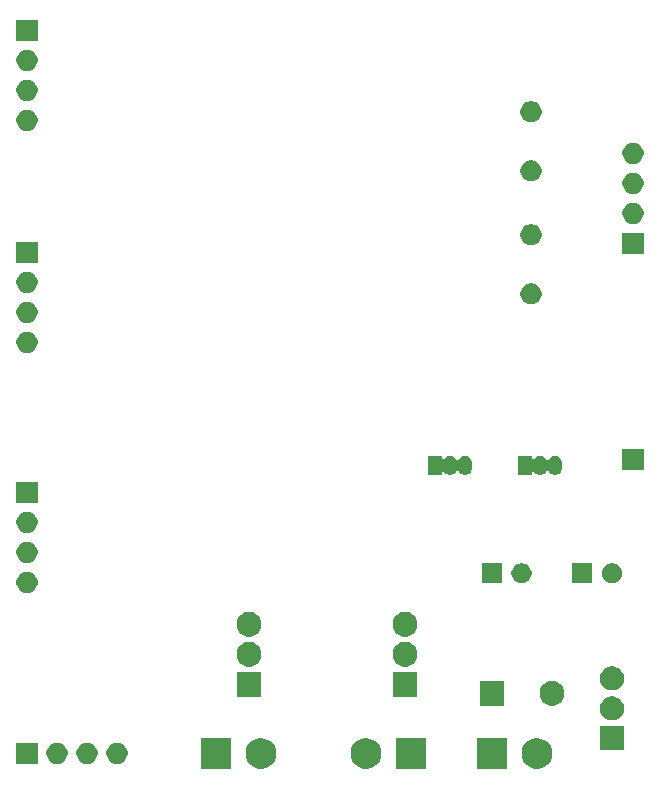
<source format=gbr>
G04 #@! TF.GenerationSoftware,KiCad,Pcbnew,(5.1.5)-3*
G04 #@! TF.CreationDate,2020-05-03T14:35:54+01:00*
G04 #@! TF.ProjectId,RocketTracker,526f636b-6574-4547-9261-636b65722e6b,rev?*
G04 #@! TF.SameCoordinates,Original*
G04 #@! TF.FileFunction,Soldermask,Bot*
G04 #@! TF.FilePolarity,Negative*
%FSLAX46Y46*%
G04 Gerber Fmt 4.6, Leading zero omitted, Abs format (unit mm)*
G04 Created by KiCad (PCBNEW (5.1.5)-3) date 2020-05-03 14:35:54*
%MOMM*%
%LPD*%
G04 APERTURE LIST*
%ADD10C,0.100000*%
G04 APERTURE END LIST*
D10*
G36*
X119251393Y-127273304D02*
G01*
X119488101Y-127371352D01*
X119488103Y-127371353D01*
X119701135Y-127513696D01*
X119882304Y-127694865D01*
X120024647Y-127907897D01*
X120024648Y-127907899D01*
X120122696Y-128144607D01*
X120172680Y-128395893D01*
X120172680Y-128652107D01*
X120122696Y-128903393D01*
X120041940Y-129098354D01*
X120024647Y-129140103D01*
X119882304Y-129353135D01*
X119701135Y-129534304D01*
X119488103Y-129676647D01*
X119488102Y-129676648D01*
X119488101Y-129676648D01*
X119251393Y-129774696D01*
X119000107Y-129824680D01*
X118743893Y-129824680D01*
X118492607Y-129774696D01*
X118255899Y-129676648D01*
X118255898Y-129676648D01*
X118255897Y-129676647D01*
X118042865Y-129534304D01*
X117861696Y-129353135D01*
X117719353Y-129140103D01*
X117702060Y-129098354D01*
X117621304Y-128903393D01*
X117571320Y-128652107D01*
X117571320Y-128395893D01*
X117621304Y-128144607D01*
X117719352Y-127907899D01*
X117719353Y-127907897D01*
X117861696Y-127694865D01*
X118042865Y-127513696D01*
X118255897Y-127371353D01*
X118255899Y-127371352D01*
X118492607Y-127273304D01*
X118743893Y-127223320D01*
X119000107Y-127223320D01*
X119251393Y-127273304D01*
G37*
G36*
X142619393Y-127273304D02*
G01*
X142856101Y-127371352D01*
X142856103Y-127371353D01*
X143069135Y-127513696D01*
X143250304Y-127694865D01*
X143392647Y-127907897D01*
X143392648Y-127907899D01*
X143490696Y-128144607D01*
X143540680Y-128395893D01*
X143540680Y-128652107D01*
X143490696Y-128903393D01*
X143409940Y-129098354D01*
X143392647Y-129140103D01*
X143250304Y-129353135D01*
X143069135Y-129534304D01*
X142856103Y-129676647D01*
X142856102Y-129676648D01*
X142856101Y-129676648D01*
X142619393Y-129774696D01*
X142368107Y-129824680D01*
X142111893Y-129824680D01*
X141860607Y-129774696D01*
X141623899Y-129676648D01*
X141623898Y-129676648D01*
X141623897Y-129676647D01*
X141410865Y-129534304D01*
X141229696Y-129353135D01*
X141087353Y-129140103D01*
X141070060Y-129098354D01*
X140989304Y-128903393D01*
X140939320Y-128652107D01*
X140939320Y-128395893D01*
X140989304Y-128144607D01*
X141087352Y-127907899D01*
X141087353Y-127907897D01*
X141229696Y-127694865D01*
X141410865Y-127513696D01*
X141623897Y-127371353D01*
X141623899Y-127371352D01*
X141860607Y-127273304D01*
X142111893Y-127223320D01*
X142368107Y-127223320D01*
X142619393Y-127273304D01*
G37*
G36*
X139730680Y-129824680D02*
G01*
X137129320Y-129824680D01*
X137129320Y-127223320D01*
X139730680Y-127223320D01*
X139730680Y-129824680D01*
G37*
G36*
X132872680Y-129824680D02*
G01*
X130271320Y-129824680D01*
X130271320Y-127223320D01*
X132872680Y-127223320D01*
X132872680Y-129824680D01*
G37*
G36*
X116362680Y-129824680D02*
G01*
X113761320Y-129824680D01*
X113761320Y-127223320D01*
X116362680Y-127223320D01*
X116362680Y-129824680D01*
G37*
G36*
X128141393Y-127273304D02*
G01*
X128378101Y-127371352D01*
X128378103Y-127371353D01*
X128591135Y-127513696D01*
X128772304Y-127694865D01*
X128914647Y-127907897D01*
X128914648Y-127907899D01*
X129012696Y-128144607D01*
X129062680Y-128395893D01*
X129062680Y-128652107D01*
X129012696Y-128903393D01*
X128931940Y-129098354D01*
X128914647Y-129140103D01*
X128772304Y-129353135D01*
X128591135Y-129534304D01*
X128378103Y-129676647D01*
X128378102Y-129676648D01*
X128378101Y-129676648D01*
X128141393Y-129774696D01*
X127890107Y-129824680D01*
X127633893Y-129824680D01*
X127382607Y-129774696D01*
X127145899Y-129676648D01*
X127145898Y-129676648D01*
X127145897Y-129676647D01*
X126932865Y-129534304D01*
X126751696Y-129353135D01*
X126609353Y-129140103D01*
X126592060Y-129098354D01*
X126511304Y-128903393D01*
X126461320Y-128652107D01*
X126461320Y-128395893D01*
X126511304Y-128144607D01*
X126609352Y-127907899D01*
X126609353Y-127907897D01*
X126751696Y-127694865D01*
X126932865Y-127513696D01*
X127145897Y-127371353D01*
X127145899Y-127371352D01*
X127382607Y-127273304D01*
X127633893Y-127223320D01*
X127890107Y-127223320D01*
X128141393Y-127273304D01*
G37*
G36*
X101713512Y-127627927D02*
G01*
X101862812Y-127657624D01*
X102026784Y-127725544D01*
X102174354Y-127824147D01*
X102299853Y-127949646D01*
X102398456Y-128097216D01*
X102466376Y-128261188D01*
X102501000Y-128435259D01*
X102501000Y-128612741D01*
X102466376Y-128786812D01*
X102398456Y-128950784D01*
X102299853Y-129098354D01*
X102174354Y-129223853D01*
X102026784Y-129322456D01*
X101862812Y-129390376D01*
X101713512Y-129420073D01*
X101688742Y-129425000D01*
X101511258Y-129425000D01*
X101486488Y-129420073D01*
X101337188Y-129390376D01*
X101173216Y-129322456D01*
X101025646Y-129223853D01*
X100900147Y-129098354D01*
X100801544Y-128950784D01*
X100733624Y-128786812D01*
X100699000Y-128612741D01*
X100699000Y-128435259D01*
X100733624Y-128261188D01*
X100801544Y-128097216D01*
X100900147Y-127949646D01*
X101025646Y-127824147D01*
X101173216Y-127725544D01*
X101337188Y-127657624D01*
X101486488Y-127627927D01*
X101511258Y-127623000D01*
X101688742Y-127623000D01*
X101713512Y-127627927D01*
G37*
G36*
X99961000Y-129425000D02*
G01*
X98159000Y-129425000D01*
X98159000Y-127623000D01*
X99961000Y-127623000D01*
X99961000Y-129425000D01*
G37*
G36*
X104253512Y-127627927D02*
G01*
X104402812Y-127657624D01*
X104566784Y-127725544D01*
X104714354Y-127824147D01*
X104839853Y-127949646D01*
X104938456Y-128097216D01*
X105006376Y-128261188D01*
X105041000Y-128435259D01*
X105041000Y-128612741D01*
X105006376Y-128786812D01*
X104938456Y-128950784D01*
X104839853Y-129098354D01*
X104714354Y-129223853D01*
X104566784Y-129322456D01*
X104402812Y-129390376D01*
X104253512Y-129420073D01*
X104228742Y-129425000D01*
X104051258Y-129425000D01*
X104026488Y-129420073D01*
X103877188Y-129390376D01*
X103713216Y-129322456D01*
X103565646Y-129223853D01*
X103440147Y-129098354D01*
X103341544Y-128950784D01*
X103273624Y-128786812D01*
X103239000Y-128612741D01*
X103239000Y-128435259D01*
X103273624Y-128261188D01*
X103341544Y-128097216D01*
X103440147Y-127949646D01*
X103565646Y-127824147D01*
X103713216Y-127725544D01*
X103877188Y-127657624D01*
X104026488Y-127627927D01*
X104051258Y-127623000D01*
X104228742Y-127623000D01*
X104253512Y-127627927D01*
G37*
G36*
X106793512Y-127627927D02*
G01*
X106942812Y-127657624D01*
X107106784Y-127725544D01*
X107254354Y-127824147D01*
X107379853Y-127949646D01*
X107478456Y-128097216D01*
X107546376Y-128261188D01*
X107581000Y-128435259D01*
X107581000Y-128612741D01*
X107546376Y-128786812D01*
X107478456Y-128950784D01*
X107379853Y-129098354D01*
X107254354Y-129223853D01*
X107106784Y-129322456D01*
X106942812Y-129390376D01*
X106793512Y-129420073D01*
X106768742Y-129425000D01*
X106591258Y-129425000D01*
X106566488Y-129420073D01*
X106417188Y-129390376D01*
X106253216Y-129322456D01*
X106105646Y-129223853D01*
X105980147Y-129098354D01*
X105881544Y-128950784D01*
X105813624Y-128786812D01*
X105779000Y-128612741D01*
X105779000Y-128435259D01*
X105813624Y-128261188D01*
X105881544Y-128097216D01*
X105980147Y-127949646D01*
X106105646Y-127824147D01*
X106253216Y-127725544D01*
X106417188Y-127657624D01*
X106566488Y-127627927D01*
X106591258Y-127623000D01*
X106768742Y-127623000D01*
X106793512Y-127627927D01*
G37*
G36*
X149608500Y-128272500D02*
G01*
X147571500Y-128272500D01*
X147571500Y-126235500D01*
X149608500Y-126235500D01*
X149608500Y-128272500D01*
G37*
G36*
X148821494Y-123721593D02*
G01*
X148887085Y-123734640D01*
X149072441Y-123811417D01*
X149239256Y-123922879D01*
X149381121Y-124064744D01*
X149492583Y-124231559D01*
X149569360Y-124416915D01*
X149608500Y-124613687D01*
X149608500Y-124814313D01*
X149569360Y-125011085D01*
X149492583Y-125196441D01*
X149381121Y-125363256D01*
X149239256Y-125505121D01*
X149072441Y-125616583D01*
X148887085Y-125693360D01*
X148821494Y-125706407D01*
X148690315Y-125732500D01*
X148489685Y-125732500D01*
X148358506Y-125706407D01*
X148292915Y-125693360D01*
X148107559Y-125616583D01*
X147940744Y-125505121D01*
X147798879Y-125363256D01*
X147687417Y-125196441D01*
X147610640Y-125011085D01*
X147571500Y-124814313D01*
X147571500Y-124613687D01*
X147610640Y-124416915D01*
X147687417Y-124231559D01*
X147798879Y-124064744D01*
X147940744Y-123922879D01*
X148107559Y-123811417D01*
X148292915Y-123734640D01*
X148358506Y-123721593D01*
X148489685Y-123695500D01*
X148690315Y-123695500D01*
X148821494Y-123721593D01*
G37*
G36*
X139481000Y-124495000D02*
G01*
X137379000Y-124495000D01*
X137379000Y-122393000D01*
X139481000Y-122393000D01*
X139481000Y-124495000D01*
G37*
G36*
X143816564Y-122433389D02*
G01*
X143907570Y-122471085D01*
X144007835Y-122512616D01*
X144179973Y-122627635D01*
X144326365Y-122774027D01*
X144441385Y-122946167D01*
X144520611Y-123137436D01*
X144561000Y-123340484D01*
X144561000Y-123547516D01*
X144520611Y-123750564D01*
X144449236Y-123922879D01*
X144441384Y-123941835D01*
X144326365Y-124113973D01*
X144179973Y-124260365D01*
X144007835Y-124375384D01*
X144007834Y-124375385D01*
X144007833Y-124375385D01*
X143816564Y-124454611D01*
X143613516Y-124495000D01*
X143406484Y-124495000D01*
X143203436Y-124454611D01*
X143012167Y-124375385D01*
X143012166Y-124375385D01*
X143012165Y-124375384D01*
X142840027Y-124260365D01*
X142693635Y-124113973D01*
X142578616Y-123941835D01*
X142570764Y-123922879D01*
X142499389Y-123750564D01*
X142459000Y-123547516D01*
X142459000Y-123340484D01*
X142499389Y-123137436D01*
X142578615Y-122946167D01*
X142693635Y-122774027D01*
X142840027Y-122627635D01*
X143012165Y-122512616D01*
X143112430Y-122471085D01*
X143203436Y-122433389D01*
X143406484Y-122393000D01*
X143613516Y-122393000D01*
X143816564Y-122433389D01*
G37*
G36*
X118907000Y-123733000D02*
G01*
X116805000Y-123733000D01*
X116805000Y-121631000D01*
X118907000Y-121631000D01*
X118907000Y-123733000D01*
G37*
G36*
X132115000Y-123733000D02*
G01*
X130013000Y-123733000D01*
X130013000Y-121631000D01*
X132115000Y-121631000D01*
X132115000Y-123733000D01*
G37*
G36*
X148821494Y-121181593D02*
G01*
X148887085Y-121194640D01*
X149072441Y-121271417D01*
X149239256Y-121382879D01*
X149381121Y-121524744D01*
X149492583Y-121691559D01*
X149569360Y-121876915D01*
X149608500Y-122073687D01*
X149608500Y-122274313D01*
X149569360Y-122471085D01*
X149492583Y-122656441D01*
X149381121Y-122823256D01*
X149239256Y-122965121D01*
X149072441Y-123076583D01*
X148887085Y-123153360D01*
X148821494Y-123166407D01*
X148690315Y-123192500D01*
X148489685Y-123192500D01*
X148358506Y-123166407D01*
X148292915Y-123153360D01*
X148107559Y-123076583D01*
X147940744Y-122965121D01*
X147798879Y-122823256D01*
X147687417Y-122656441D01*
X147610640Y-122471085D01*
X147571500Y-122274313D01*
X147571500Y-122073687D01*
X147610640Y-121876915D01*
X147687417Y-121691559D01*
X147798879Y-121524744D01*
X147940744Y-121382879D01*
X148107559Y-121271417D01*
X148292915Y-121194640D01*
X148358506Y-121181593D01*
X148489685Y-121155500D01*
X148690315Y-121155500D01*
X148821494Y-121181593D01*
G37*
G36*
X131370564Y-119131389D02*
G01*
X131561833Y-119210615D01*
X131561835Y-119210616D01*
X131733973Y-119325635D01*
X131880365Y-119472027D01*
X131995385Y-119644167D01*
X132074611Y-119835436D01*
X132115000Y-120038484D01*
X132115000Y-120245516D01*
X132074611Y-120448564D01*
X131995385Y-120639833D01*
X131995384Y-120639835D01*
X131880365Y-120811973D01*
X131733973Y-120958365D01*
X131561835Y-121073384D01*
X131561834Y-121073385D01*
X131561833Y-121073385D01*
X131370564Y-121152611D01*
X131167516Y-121193000D01*
X130960484Y-121193000D01*
X130757436Y-121152611D01*
X130566167Y-121073385D01*
X130566166Y-121073385D01*
X130566165Y-121073384D01*
X130394027Y-120958365D01*
X130247635Y-120811973D01*
X130132616Y-120639835D01*
X130132615Y-120639833D01*
X130053389Y-120448564D01*
X130013000Y-120245516D01*
X130013000Y-120038484D01*
X130053389Y-119835436D01*
X130132615Y-119644167D01*
X130247635Y-119472027D01*
X130394027Y-119325635D01*
X130566165Y-119210616D01*
X130566167Y-119210615D01*
X130757436Y-119131389D01*
X130960484Y-119091000D01*
X131167516Y-119091000D01*
X131370564Y-119131389D01*
G37*
G36*
X118162564Y-119131389D02*
G01*
X118353833Y-119210615D01*
X118353835Y-119210616D01*
X118525973Y-119325635D01*
X118672365Y-119472027D01*
X118787385Y-119644167D01*
X118866611Y-119835436D01*
X118907000Y-120038484D01*
X118907000Y-120245516D01*
X118866611Y-120448564D01*
X118787385Y-120639833D01*
X118787384Y-120639835D01*
X118672365Y-120811973D01*
X118525973Y-120958365D01*
X118353835Y-121073384D01*
X118353834Y-121073385D01*
X118353833Y-121073385D01*
X118162564Y-121152611D01*
X117959516Y-121193000D01*
X117752484Y-121193000D01*
X117549436Y-121152611D01*
X117358167Y-121073385D01*
X117358166Y-121073385D01*
X117358165Y-121073384D01*
X117186027Y-120958365D01*
X117039635Y-120811973D01*
X116924616Y-120639835D01*
X116924615Y-120639833D01*
X116845389Y-120448564D01*
X116805000Y-120245516D01*
X116805000Y-120038484D01*
X116845389Y-119835436D01*
X116924615Y-119644167D01*
X117039635Y-119472027D01*
X117186027Y-119325635D01*
X117358165Y-119210616D01*
X117358167Y-119210615D01*
X117549436Y-119131389D01*
X117752484Y-119091000D01*
X117959516Y-119091000D01*
X118162564Y-119131389D01*
G37*
G36*
X131370564Y-116591389D02*
G01*
X131561833Y-116670615D01*
X131561835Y-116670616D01*
X131733973Y-116785635D01*
X131880365Y-116932027D01*
X131995385Y-117104167D01*
X132074611Y-117295436D01*
X132115000Y-117498484D01*
X132115000Y-117705516D01*
X132074611Y-117908564D01*
X131995385Y-118099833D01*
X131995384Y-118099835D01*
X131880365Y-118271973D01*
X131733973Y-118418365D01*
X131561835Y-118533384D01*
X131561834Y-118533385D01*
X131561833Y-118533385D01*
X131370564Y-118612611D01*
X131167516Y-118653000D01*
X130960484Y-118653000D01*
X130757436Y-118612611D01*
X130566167Y-118533385D01*
X130566166Y-118533385D01*
X130566165Y-118533384D01*
X130394027Y-118418365D01*
X130247635Y-118271973D01*
X130132616Y-118099835D01*
X130132615Y-118099833D01*
X130053389Y-117908564D01*
X130013000Y-117705516D01*
X130013000Y-117498484D01*
X130053389Y-117295436D01*
X130132615Y-117104167D01*
X130247635Y-116932027D01*
X130394027Y-116785635D01*
X130566165Y-116670616D01*
X130566167Y-116670615D01*
X130757436Y-116591389D01*
X130960484Y-116551000D01*
X131167516Y-116551000D01*
X131370564Y-116591389D01*
G37*
G36*
X118162564Y-116591389D02*
G01*
X118353833Y-116670615D01*
X118353835Y-116670616D01*
X118525973Y-116785635D01*
X118672365Y-116932027D01*
X118787385Y-117104167D01*
X118866611Y-117295436D01*
X118907000Y-117498484D01*
X118907000Y-117705516D01*
X118866611Y-117908564D01*
X118787385Y-118099833D01*
X118787384Y-118099835D01*
X118672365Y-118271973D01*
X118525973Y-118418365D01*
X118353835Y-118533384D01*
X118353834Y-118533385D01*
X118353833Y-118533385D01*
X118162564Y-118612611D01*
X117959516Y-118653000D01*
X117752484Y-118653000D01*
X117549436Y-118612611D01*
X117358167Y-118533385D01*
X117358166Y-118533385D01*
X117358165Y-118533384D01*
X117186027Y-118418365D01*
X117039635Y-118271973D01*
X116924616Y-118099835D01*
X116924615Y-118099833D01*
X116845389Y-117908564D01*
X116805000Y-117705516D01*
X116805000Y-117498484D01*
X116845389Y-117295436D01*
X116924615Y-117104167D01*
X117039635Y-116932027D01*
X117186027Y-116785635D01*
X117358165Y-116670616D01*
X117358167Y-116670615D01*
X117549436Y-116591389D01*
X117752484Y-116551000D01*
X117959516Y-116551000D01*
X118162564Y-116591389D01*
G37*
G36*
X99173512Y-113149927D02*
G01*
X99322812Y-113179624D01*
X99486784Y-113247544D01*
X99634354Y-113346147D01*
X99759853Y-113471646D01*
X99858456Y-113619216D01*
X99926376Y-113783188D01*
X99956073Y-113932488D01*
X99961000Y-113957258D01*
X99961000Y-114134742D01*
X99956073Y-114159512D01*
X99926376Y-114308812D01*
X99858456Y-114472784D01*
X99759853Y-114620354D01*
X99634354Y-114745853D01*
X99486784Y-114844456D01*
X99322812Y-114912376D01*
X99173512Y-114942073D01*
X99148742Y-114947000D01*
X98971258Y-114947000D01*
X98946488Y-114942073D01*
X98797188Y-114912376D01*
X98633216Y-114844456D01*
X98485646Y-114745853D01*
X98360147Y-114620354D01*
X98261544Y-114472784D01*
X98193624Y-114308812D01*
X98163927Y-114159512D01*
X98159000Y-114134742D01*
X98159000Y-113957258D01*
X98163927Y-113932488D01*
X98193624Y-113783188D01*
X98261544Y-113619216D01*
X98360147Y-113471646D01*
X98485646Y-113346147D01*
X98633216Y-113247544D01*
X98797188Y-113179624D01*
X98946488Y-113149927D01*
X98971258Y-113145000D01*
X99148742Y-113145000D01*
X99173512Y-113149927D01*
G37*
G36*
X146941000Y-114135000D02*
G01*
X145239000Y-114135000D01*
X145239000Y-112433000D01*
X146941000Y-112433000D01*
X146941000Y-114135000D01*
G37*
G36*
X139281000Y-114135000D02*
G01*
X137579000Y-114135000D01*
X137579000Y-112433000D01*
X139281000Y-112433000D01*
X139281000Y-114135000D01*
G37*
G36*
X141178228Y-112465703D02*
G01*
X141333100Y-112529853D01*
X141472481Y-112622985D01*
X141591015Y-112741519D01*
X141684147Y-112880900D01*
X141748297Y-113035772D01*
X141781000Y-113200184D01*
X141781000Y-113367816D01*
X141748297Y-113532228D01*
X141684147Y-113687100D01*
X141591015Y-113826481D01*
X141472481Y-113945015D01*
X141333100Y-114038147D01*
X141178228Y-114102297D01*
X141013816Y-114135000D01*
X140846184Y-114135000D01*
X140681772Y-114102297D01*
X140526900Y-114038147D01*
X140387519Y-113945015D01*
X140268985Y-113826481D01*
X140175853Y-113687100D01*
X140111703Y-113532228D01*
X140079000Y-113367816D01*
X140079000Y-113200184D01*
X140111703Y-113035772D01*
X140175853Y-112880900D01*
X140268985Y-112741519D01*
X140387519Y-112622985D01*
X140526900Y-112529853D01*
X140681772Y-112465703D01*
X140846184Y-112433000D01*
X141013816Y-112433000D01*
X141178228Y-112465703D01*
G37*
G36*
X148838228Y-112465703D02*
G01*
X148993100Y-112529853D01*
X149132481Y-112622985D01*
X149251015Y-112741519D01*
X149344147Y-112880900D01*
X149408297Y-113035772D01*
X149441000Y-113200184D01*
X149441000Y-113367816D01*
X149408297Y-113532228D01*
X149344147Y-113687100D01*
X149251015Y-113826481D01*
X149132481Y-113945015D01*
X148993100Y-114038147D01*
X148838228Y-114102297D01*
X148673816Y-114135000D01*
X148506184Y-114135000D01*
X148341772Y-114102297D01*
X148186900Y-114038147D01*
X148047519Y-113945015D01*
X147928985Y-113826481D01*
X147835853Y-113687100D01*
X147771703Y-113532228D01*
X147739000Y-113367816D01*
X147739000Y-113200184D01*
X147771703Y-113035772D01*
X147835853Y-112880900D01*
X147928985Y-112741519D01*
X148047519Y-112622985D01*
X148186900Y-112529853D01*
X148341772Y-112465703D01*
X148506184Y-112433000D01*
X148673816Y-112433000D01*
X148838228Y-112465703D01*
G37*
G36*
X99173512Y-110609927D02*
G01*
X99322812Y-110639624D01*
X99486784Y-110707544D01*
X99634354Y-110806147D01*
X99759853Y-110931646D01*
X99858456Y-111079216D01*
X99926376Y-111243188D01*
X99961000Y-111417259D01*
X99961000Y-111594741D01*
X99926376Y-111768812D01*
X99858456Y-111932784D01*
X99759853Y-112080354D01*
X99634354Y-112205853D01*
X99486784Y-112304456D01*
X99322812Y-112372376D01*
X99173512Y-112402073D01*
X99148742Y-112407000D01*
X98971258Y-112407000D01*
X98946488Y-112402073D01*
X98797188Y-112372376D01*
X98633216Y-112304456D01*
X98485646Y-112205853D01*
X98360147Y-112080354D01*
X98261544Y-111932784D01*
X98193624Y-111768812D01*
X98159000Y-111594741D01*
X98159000Y-111417259D01*
X98193624Y-111243188D01*
X98261544Y-111079216D01*
X98360147Y-110931646D01*
X98485646Y-110806147D01*
X98633216Y-110707544D01*
X98797188Y-110639624D01*
X98946488Y-110609927D01*
X98971258Y-110605000D01*
X99148742Y-110605000D01*
X99173512Y-110609927D01*
G37*
G36*
X99173512Y-108069927D02*
G01*
X99322812Y-108099624D01*
X99486784Y-108167544D01*
X99634354Y-108266147D01*
X99759853Y-108391646D01*
X99858456Y-108539216D01*
X99926376Y-108703188D01*
X99961000Y-108877259D01*
X99961000Y-109054741D01*
X99926376Y-109228812D01*
X99858456Y-109392784D01*
X99759853Y-109540354D01*
X99634354Y-109665853D01*
X99486784Y-109764456D01*
X99322812Y-109832376D01*
X99173512Y-109862073D01*
X99148742Y-109867000D01*
X98971258Y-109867000D01*
X98946488Y-109862073D01*
X98797188Y-109832376D01*
X98633216Y-109764456D01*
X98485646Y-109665853D01*
X98360147Y-109540354D01*
X98261544Y-109392784D01*
X98193624Y-109228812D01*
X98159000Y-109054741D01*
X98159000Y-108877259D01*
X98193624Y-108703188D01*
X98261544Y-108539216D01*
X98360147Y-108391646D01*
X98485646Y-108266147D01*
X98633216Y-108167544D01*
X98797188Y-108099624D01*
X98946488Y-108069927D01*
X98971258Y-108065000D01*
X99148742Y-108065000D01*
X99173512Y-108069927D01*
G37*
G36*
X99961000Y-107327000D02*
G01*
X98159000Y-107327000D01*
X98159000Y-105525000D01*
X99961000Y-105525000D01*
X99961000Y-107327000D01*
G37*
G36*
X143876915Y-103347334D02*
G01*
X143985491Y-103380271D01*
X143985494Y-103380272D01*
X144021600Y-103399571D01*
X144085556Y-103433756D01*
X144173264Y-103505736D01*
X144245244Y-103593443D01*
X144279429Y-103657399D01*
X144298728Y-103693505D01*
X144298729Y-103693508D01*
X144331666Y-103802084D01*
X144340000Y-103886702D01*
X144340000Y-104393297D01*
X144331666Y-104477916D01*
X144299252Y-104584767D01*
X144298728Y-104586495D01*
X144288761Y-104605141D01*
X144245244Y-104686557D01*
X144173264Y-104774264D01*
X144085557Y-104846244D01*
X144021601Y-104880429D01*
X143985495Y-104899728D01*
X143985492Y-104899729D01*
X143876916Y-104932666D01*
X143764000Y-104943787D01*
X143651085Y-104932666D01*
X143542509Y-104899729D01*
X143542506Y-104899728D01*
X143506400Y-104880429D01*
X143442444Y-104846244D01*
X143354737Y-104774264D01*
X143282757Y-104686557D01*
X143239239Y-104605141D01*
X143225625Y-104584766D01*
X143208298Y-104567439D01*
X143187924Y-104553826D01*
X143165285Y-104544448D01*
X143141252Y-104539668D01*
X143116748Y-104539668D01*
X143092715Y-104544448D01*
X143070076Y-104553826D01*
X143049701Y-104567440D01*
X143032374Y-104584767D01*
X143018761Y-104605141D01*
X142975244Y-104686557D01*
X142903264Y-104774264D01*
X142815557Y-104846244D01*
X142751601Y-104880429D01*
X142715495Y-104899728D01*
X142715492Y-104899729D01*
X142606916Y-104932666D01*
X142494000Y-104943787D01*
X142381085Y-104932666D01*
X142272509Y-104899729D01*
X142272506Y-104899728D01*
X142236400Y-104880429D01*
X142172444Y-104846244D01*
X142084737Y-104774264D01*
X142021622Y-104697359D01*
X142004297Y-104680034D01*
X141983923Y-104666420D01*
X141961284Y-104657043D01*
X141937250Y-104652263D01*
X141912746Y-104652263D01*
X141888713Y-104657044D01*
X141866074Y-104666421D01*
X141845700Y-104680035D01*
X141828373Y-104697362D01*
X141814759Y-104717736D01*
X141805382Y-104740375D01*
X141800000Y-104776660D01*
X141800000Y-104941000D01*
X140648000Y-104941000D01*
X140648000Y-103339000D01*
X141800000Y-103339000D01*
X141800000Y-103503341D01*
X141802402Y-103527727D01*
X141809515Y-103551176D01*
X141821066Y-103572787D01*
X141836611Y-103591729D01*
X141855553Y-103607274D01*
X141877164Y-103618825D01*
X141900613Y-103625938D01*
X141924999Y-103628340D01*
X141949385Y-103625938D01*
X141972834Y-103618825D01*
X141994445Y-103607274D01*
X142013387Y-103591729D01*
X142021608Y-103582657D01*
X142084736Y-103505736D01*
X142172443Y-103433756D01*
X142236399Y-103399571D01*
X142272505Y-103380272D01*
X142272508Y-103380271D01*
X142381084Y-103347334D01*
X142494000Y-103336213D01*
X142606915Y-103347334D01*
X142715491Y-103380271D01*
X142715494Y-103380272D01*
X142751600Y-103399571D01*
X142815556Y-103433756D01*
X142903264Y-103505736D01*
X142975244Y-103593443D01*
X143018761Y-103674859D01*
X143032375Y-103695234D01*
X143049702Y-103712561D01*
X143070076Y-103726174D01*
X143092715Y-103735552D01*
X143116748Y-103740332D01*
X143141252Y-103740332D01*
X143165285Y-103735552D01*
X143187924Y-103726174D01*
X143208299Y-103712560D01*
X143225626Y-103695233D01*
X143239239Y-103674860D01*
X143282756Y-103593444D01*
X143354736Y-103505736D01*
X143442443Y-103433756D01*
X143506399Y-103399571D01*
X143542505Y-103380272D01*
X143542508Y-103380271D01*
X143651084Y-103347334D01*
X143764000Y-103336213D01*
X143876915Y-103347334D01*
G37*
G36*
X136256915Y-103347334D02*
G01*
X136365491Y-103380271D01*
X136365494Y-103380272D01*
X136401600Y-103399571D01*
X136465556Y-103433756D01*
X136553264Y-103505736D01*
X136625244Y-103593443D01*
X136659429Y-103657399D01*
X136678728Y-103693505D01*
X136678729Y-103693508D01*
X136711666Y-103802084D01*
X136720000Y-103886702D01*
X136720000Y-104393297D01*
X136711666Y-104477916D01*
X136679252Y-104584767D01*
X136678728Y-104586495D01*
X136668761Y-104605141D01*
X136625244Y-104686557D01*
X136553264Y-104774264D01*
X136465557Y-104846244D01*
X136401601Y-104880429D01*
X136365495Y-104899728D01*
X136365492Y-104899729D01*
X136256916Y-104932666D01*
X136144000Y-104943787D01*
X136031085Y-104932666D01*
X135922509Y-104899729D01*
X135922506Y-104899728D01*
X135886400Y-104880429D01*
X135822444Y-104846244D01*
X135734737Y-104774264D01*
X135662757Y-104686557D01*
X135619239Y-104605141D01*
X135605625Y-104584766D01*
X135588298Y-104567439D01*
X135567924Y-104553826D01*
X135545285Y-104544448D01*
X135521252Y-104539668D01*
X135496748Y-104539668D01*
X135472715Y-104544448D01*
X135450076Y-104553826D01*
X135429701Y-104567440D01*
X135412374Y-104584767D01*
X135398761Y-104605141D01*
X135355244Y-104686557D01*
X135283264Y-104774264D01*
X135195557Y-104846244D01*
X135131601Y-104880429D01*
X135095495Y-104899728D01*
X135095492Y-104899729D01*
X134986916Y-104932666D01*
X134874000Y-104943787D01*
X134761085Y-104932666D01*
X134652509Y-104899729D01*
X134652506Y-104899728D01*
X134616400Y-104880429D01*
X134552444Y-104846244D01*
X134464737Y-104774264D01*
X134401622Y-104697359D01*
X134384297Y-104680034D01*
X134363923Y-104666420D01*
X134341284Y-104657043D01*
X134317250Y-104652263D01*
X134292746Y-104652263D01*
X134268713Y-104657044D01*
X134246074Y-104666421D01*
X134225700Y-104680035D01*
X134208373Y-104697362D01*
X134194759Y-104717736D01*
X134185382Y-104740375D01*
X134180000Y-104776660D01*
X134180000Y-104941000D01*
X133028000Y-104941000D01*
X133028000Y-103339000D01*
X134180000Y-103339000D01*
X134180000Y-103503341D01*
X134182402Y-103527727D01*
X134189515Y-103551176D01*
X134201066Y-103572787D01*
X134216611Y-103591729D01*
X134235553Y-103607274D01*
X134257164Y-103618825D01*
X134280613Y-103625938D01*
X134304999Y-103628340D01*
X134329385Y-103625938D01*
X134352834Y-103618825D01*
X134374445Y-103607274D01*
X134393387Y-103591729D01*
X134401608Y-103582657D01*
X134464736Y-103505736D01*
X134552443Y-103433756D01*
X134616399Y-103399571D01*
X134652505Y-103380272D01*
X134652508Y-103380271D01*
X134761084Y-103347334D01*
X134874000Y-103336213D01*
X134986915Y-103347334D01*
X135095491Y-103380271D01*
X135095494Y-103380272D01*
X135131600Y-103399571D01*
X135195556Y-103433756D01*
X135283264Y-103505736D01*
X135355244Y-103593443D01*
X135398761Y-103674859D01*
X135412375Y-103695234D01*
X135429702Y-103712561D01*
X135450076Y-103726174D01*
X135472715Y-103735552D01*
X135496748Y-103740332D01*
X135521252Y-103740332D01*
X135545285Y-103735552D01*
X135567924Y-103726174D01*
X135588299Y-103712560D01*
X135605626Y-103695233D01*
X135619239Y-103674860D01*
X135662756Y-103593444D01*
X135734736Y-103505736D01*
X135822443Y-103433756D01*
X135886399Y-103399571D01*
X135922505Y-103380272D01*
X135922508Y-103380271D01*
X136031084Y-103347334D01*
X136144000Y-103336213D01*
X136256915Y-103347334D01*
G37*
G36*
X151269000Y-104533000D02*
G01*
X149467000Y-104533000D01*
X149467000Y-102731000D01*
X151269000Y-102731000D01*
X151269000Y-104533000D01*
G37*
G36*
X99173512Y-92829927D02*
G01*
X99322812Y-92859624D01*
X99486784Y-92927544D01*
X99634354Y-93026147D01*
X99759853Y-93151646D01*
X99858456Y-93299216D01*
X99926376Y-93463188D01*
X99961000Y-93637259D01*
X99961000Y-93814741D01*
X99926376Y-93988812D01*
X99858456Y-94152784D01*
X99759853Y-94300354D01*
X99634354Y-94425853D01*
X99486784Y-94524456D01*
X99322812Y-94592376D01*
X99173512Y-94622073D01*
X99148742Y-94627000D01*
X98971258Y-94627000D01*
X98946488Y-94622073D01*
X98797188Y-94592376D01*
X98633216Y-94524456D01*
X98485646Y-94425853D01*
X98360147Y-94300354D01*
X98261544Y-94152784D01*
X98193624Y-93988812D01*
X98159000Y-93814741D01*
X98159000Y-93637259D01*
X98193624Y-93463188D01*
X98261544Y-93299216D01*
X98360147Y-93151646D01*
X98485646Y-93026147D01*
X98633216Y-92927544D01*
X98797188Y-92859624D01*
X98946488Y-92829927D01*
X98971258Y-92825000D01*
X99148742Y-92825000D01*
X99173512Y-92829927D01*
G37*
G36*
X99173512Y-90289927D02*
G01*
X99322812Y-90319624D01*
X99486784Y-90387544D01*
X99634354Y-90486147D01*
X99759853Y-90611646D01*
X99858456Y-90759216D01*
X99926376Y-90923188D01*
X99961000Y-91097259D01*
X99961000Y-91274741D01*
X99926376Y-91448812D01*
X99858456Y-91612784D01*
X99759853Y-91760354D01*
X99634354Y-91885853D01*
X99486784Y-91984456D01*
X99322812Y-92052376D01*
X99173512Y-92082073D01*
X99148742Y-92087000D01*
X98971258Y-92087000D01*
X98946488Y-92082073D01*
X98797188Y-92052376D01*
X98633216Y-91984456D01*
X98485646Y-91885853D01*
X98360147Y-91760354D01*
X98261544Y-91612784D01*
X98193624Y-91448812D01*
X98159000Y-91274741D01*
X98159000Y-91097259D01*
X98193624Y-90923188D01*
X98261544Y-90759216D01*
X98360147Y-90611646D01*
X98485646Y-90486147D01*
X98633216Y-90387544D01*
X98797188Y-90319624D01*
X98946488Y-90289927D01*
X98971258Y-90285000D01*
X99148742Y-90285000D01*
X99173512Y-90289927D01*
G37*
G36*
X141845512Y-88725927D02*
G01*
X141994812Y-88755624D01*
X142158784Y-88823544D01*
X142306354Y-88922147D01*
X142431853Y-89047646D01*
X142530456Y-89195216D01*
X142598376Y-89359188D01*
X142633000Y-89533259D01*
X142633000Y-89710741D01*
X142598376Y-89884812D01*
X142530456Y-90048784D01*
X142431853Y-90196354D01*
X142306354Y-90321853D01*
X142158784Y-90420456D01*
X141994812Y-90488376D01*
X141845512Y-90518073D01*
X141820742Y-90523000D01*
X141643258Y-90523000D01*
X141618488Y-90518073D01*
X141469188Y-90488376D01*
X141305216Y-90420456D01*
X141157646Y-90321853D01*
X141032147Y-90196354D01*
X140933544Y-90048784D01*
X140865624Y-89884812D01*
X140831000Y-89710741D01*
X140831000Y-89533259D01*
X140865624Y-89359188D01*
X140933544Y-89195216D01*
X141032147Y-89047646D01*
X141157646Y-88922147D01*
X141305216Y-88823544D01*
X141469188Y-88755624D01*
X141618488Y-88725927D01*
X141643258Y-88721000D01*
X141820742Y-88721000D01*
X141845512Y-88725927D01*
G37*
G36*
X99173512Y-87749927D02*
G01*
X99322812Y-87779624D01*
X99486784Y-87847544D01*
X99634354Y-87946147D01*
X99759853Y-88071646D01*
X99858456Y-88219216D01*
X99926376Y-88383188D01*
X99961000Y-88557259D01*
X99961000Y-88734741D01*
X99926376Y-88908812D01*
X99858456Y-89072784D01*
X99759853Y-89220354D01*
X99634354Y-89345853D01*
X99486784Y-89444456D01*
X99322812Y-89512376D01*
X99173512Y-89542073D01*
X99148742Y-89547000D01*
X98971258Y-89547000D01*
X98946488Y-89542073D01*
X98797188Y-89512376D01*
X98633216Y-89444456D01*
X98485646Y-89345853D01*
X98360147Y-89220354D01*
X98261544Y-89072784D01*
X98193624Y-88908812D01*
X98159000Y-88734741D01*
X98159000Y-88557259D01*
X98193624Y-88383188D01*
X98261544Y-88219216D01*
X98360147Y-88071646D01*
X98485646Y-87946147D01*
X98633216Y-87847544D01*
X98797188Y-87779624D01*
X98946488Y-87749927D01*
X98971258Y-87745000D01*
X99148742Y-87745000D01*
X99173512Y-87749927D01*
G37*
G36*
X99961000Y-87007000D02*
G01*
X98159000Y-87007000D01*
X98159000Y-85205000D01*
X99961000Y-85205000D01*
X99961000Y-87007000D01*
G37*
G36*
X151269000Y-86245000D02*
G01*
X149467000Y-86245000D01*
X149467000Y-84443000D01*
X151269000Y-84443000D01*
X151269000Y-86245000D01*
G37*
G36*
X141845512Y-83725927D02*
G01*
X141994812Y-83755624D01*
X142158784Y-83823544D01*
X142306354Y-83922147D01*
X142431853Y-84047646D01*
X142530456Y-84195216D01*
X142598376Y-84359188D01*
X142633000Y-84533259D01*
X142633000Y-84710741D01*
X142598376Y-84884812D01*
X142530456Y-85048784D01*
X142431853Y-85196354D01*
X142306354Y-85321853D01*
X142158784Y-85420456D01*
X141994812Y-85488376D01*
X141845512Y-85518073D01*
X141820742Y-85523000D01*
X141643258Y-85523000D01*
X141618488Y-85518073D01*
X141469188Y-85488376D01*
X141305216Y-85420456D01*
X141157646Y-85321853D01*
X141032147Y-85196354D01*
X140933544Y-85048784D01*
X140865624Y-84884812D01*
X140831000Y-84710741D01*
X140831000Y-84533259D01*
X140865624Y-84359188D01*
X140933544Y-84195216D01*
X141032147Y-84047646D01*
X141157646Y-83922147D01*
X141305216Y-83823544D01*
X141469188Y-83755624D01*
X141618488Y-83725927D01*
X141643258Y-83721000D01*
X141820742Y-83721000D01*
X141845512Y-83725927D01*
G37*
G36*
X150481512Y-81907927D02*
G01*
X150630812Y-81937624D01*
X150794784Y-82005544D01*
X150942354Y-82104147D01*
X151067853Y-82229646D01*
X151166456Y-82377216D01*
X151234376Y-82541188D01*
X151269000Y-82715259D01*
X151269000Y-82892741D01*
X151234376Y-83066812D01*
X151166456Y-83230784D01*
X151067853Y-83378354D01*
X150942354Y-83503853D01*
X150794784Y-83602456D01*
X150630812Y-83670376D01*
X150481512Y-83700073D01*
X150456742Y-83705000D01*
X150279258Y-83705000D01*
X150254488Y-83700073D01*
X150105188Y-83670376D01*
X149941216Y-83602456D01*
X149793646Y-83503853D01*
X149668147Y-83378354D01*
X149569544Y-83230784D01*
X149501624Y-83066812D01*
X149467000Y-82892741D01*
X149467000Y-82715259D01*
X149501624Y-82541188D01*
X149569544Y-82377216D01*
X149668147Y-82229646D01*
X149793646Y-82104147D01*
X149941216Y-82005544D01*
X150105188Y-81937624D01*
X150254488Y-81907927D01*
X150279258Y-81903000D01*
X150456742Y-81903000D01*
X150481512Y-81907927D01*
G37*
G36*
X150481512Y-79367927D02*
G01*
X150630812Y-79397624D01*
X150794784Y-79465544D01*
X150942354Y-79564147D01*
X151067853Y-79689646D01*
X151166456Y-79837216D01*
X151234376Y-80001188D01*
X151269000Y-80175259D01*
X151269000Y-80352741D01*
X151234376Y-80526812D01*
X151166456Y-80690784D01*
X151067853Y-80838354D01*
X150942354Y-80963853D01*
X150794784Y-81062456D01*
X150630812Y-81130376D01*
X150481512Y-81160073D01*
X150456742Y-81165000D01*
X150279258Y-81165000D01*
X150254488Y-81160073D01*
X150105188Y-81130376D01*
X149941216Y-81062456D01*
X149793646Y-80963853D01*
X149668147Y-80838354D01*
X149569544Y-80690784D01*
X149501624Y-80526812D01*
X149467000Y-80352741D01*
X149467000Y-80175259D01*
X149501624Y-80001188D01*
X149569544Y-79837216D01*
X149668147Y-79689646D01*
X149793646Y-79564147D01*
X149941216Y-79465544D01*
X150105188Y-79397624D01*
X150254488Y-79367927D01*
X150279258Y-79363000D01*
X150456742Y-79363000D01*
X150481512Y-79367927D01*
G37*
G36*
X141845512Y-78311927D02*
G01*
X141994812Y-78341624D01*
X142158784Y-78409544D01*
X142306354Y-78508147D01*
X142431853Y-78633646D01*
X142530456Y-78781216D01*
X142598376Y-78945188D01*
X142633000Y-79119259D01*
X142633000Y-79296741D01*
X142598376Y-79470812D01*
X142530456Y-79634784D01*
X142431853Y-79782354D01*
X142306354Y-79907853D01*
X142158784Y-80006456D01*
X141994812Y-80074376D01*
X141845512Y-80104073D01*
X141820742Y-80109000D01*
X141643258Y-80109000D01*
X141618488Y-80104073D01*
X141469188Y-80074376D01*
X141305216Y-80006456D01*
X141157646Y-79907853D01*
X141032147Y-79782354D01*
X140933544Y-79634784D01*
X140865624Y-79470812D01*
X140831000Y-79296741D01*
X140831000Y-79119259D01*
X140865624Y-78945188D01*
X140933544Y-78781216D01*
X141032147Y-78633646D01*
X141157646Y-78508147D01*
X141305216Y-78409544D01*
X141469188Y-78341624D01*
X141618488Y-78311927D01*
X141643258Y-78307000D01*
X141820742Y-78307000D01*
X141845512Y-78311927D01*
G37*
G36*
X150481512Y-76827927D02*
G01*
X150630812Y-76857624D01*
X150794784Y-76925544D01*
X150942354Y-77024147D01*
X151067853Y-77149646D01*
X151166456Y-77297216D01*
X151234376Y-77461188D01*
X151269000Y-77635259D01*
X151269000Y-77812741D01*
X151234376Y-77986812D01*
X151166456Y-78150784D01*
X151067853Y-78298354D01*
X150942354Y-78423853D01*
X150794784Y-78522456D01*
X150630812Y-78590376D01*
X150481512Y-78620073D01*
X150456742Y-78625000D01*
X150279258Y-78625000D01*
X150254488Y-78620073D01*
X150105188Y-78590376D01*
X149941216Y-78522456D01*
X149793646Y-78423853D01*
X149668147Y-78298354D01*
X149569544Y-78150784D01*
X149501624Y-77986812D01*
X149467000Y-77812741D01*
X149467000Y-77635259D01*
X149501624Y-77461188D01*
X149569544Y-77297216D01*
X149668147Y-77149646D01*
X149793646Y-77024147D01*
X149941216Y-76925544D01*
X150105188Y-76857624D01*
X150254488Y-76827927D01*
X150279258Y-76823000D01*
X150456742Y-76823000D01*
X150481512Y-76827927D01*
G37*
G36*
X99173512Y-74033927D02*
G01*
X99322812Y-74063624D01*
X99486784Y-74131544D01*
X99634354Y-74230147D01*
X99759853Y-74355646D01*
X99858456Y-74503216D01*
X99926376Y-74667188D01*
X99961000Y-74841259D01*
X99961000Y-75018741D01*
X99926376Y-75192812D01*
X99858456Y-75356784D01*
X99759853Y-75504354D01*
X99634354Y-75629853D01*
X99486784Y-75728456D01*
X99322812Y-75796376D01*
X99173512Y-75826073D01*
X99148742Y-75831000D01*
X98971258Y-75831000D01*
X98946488Y-75826073D01*
X98797188Y-75796376D01*
X98633216Y-75728456D01*
X98485646Y-75629853D01*
X98360147Y-75504354D01*
X98261544Y-75356784D01*
X98193624Y-75192812D01*
X98159000Y-75018741D01*
X98159000Y-74841259D01*
X98193624Y-74667188D01*
X98261544Y-74503216D01*
X98360147Y-74355646D01*
X98485646Y-74230147D01*
X98633216Y-74131544D01*
X98797188Y-74063624D01*
X98946488Y-74033927D01*
X98971258Y-74029000D01*
X99148742Y-74029000D01*
X99173512Y-74033927D01*
G37*
G36*
X141845512Y-73311927D02*
G01*
X141994812Y-73341624D01*
X142158784Y-73409544D01*
X142306354Y-73508147D01*
X142431853Y-73633646D01*
X142530456Y-73781216D01*
X142598376Y-73945188D01*
X142633000Y-74119259D01*
X142633000Y-74296741D01*
X142598376Y-74470812D01*
X142530456Y-74634784D01*
X142431853Y-74782354D01*
X142306354Y-74907853D01*
X142158784Y-75006456D01*
X141994812Y-75074376D01*
X141845512Y-75104073D01*
X141820742Y-75109000D01*
X141643258Y-75109000D01*
X141618488Y-75104073D01*
X141469188Y-75074376D01*
X141305216Y-75006456D01*
X141157646Y-74907853D01*
X141032147Y-74782354D01*
X140933544Y-74634784D01*
X140865624Y-74470812D01*
X140831000Y-74296741D01*
X140831000Y-74119259D01*
X140865624Y-73945188D01*
X140933544Y-73781216D01*
X141032147Y-73633646D01*
X141157646Y-73508147D01*
X141305216Y-73409544D01*
X141469188Y-73341624D01*
X141618488Y-73311927D01*
X141643258Y-73307000D01*
X141820742Y-73307000D01*
X141845512Y-73311927D01*
G37*
G36*
X99173512Y-71493927D02*
G01*
X99322812Y-71523624D01*
X99486784Y-71591544D01*
X99634354Y-71690147D01*
X99759853Y-71815646D01*
X99858456Y-71963216D01*
X99926376Y-72127188D01*
X99961000Y-72301259D01*
X99961000Y-72478741D01*
X99926376Y-72652812D01*
X99858456Y-72816784D01*
X99759853Y-72964354D01*
X99634354Y-73089853D01*
X99486784Y-73188456D01*
X99322812Y-73256376D01*
X99173512Y-73286073D01*
X99148742Y-73291000D01*
X98971258Y-73291000D01*
X98946488Y-73286073D01*
X98797188Y-73256376D01*
X98633216Y-73188456D01*
X98485646Y-73089853D01*
X98360147Y-72964354D01*
X98261544Y-72816784D01*
X98193624Y-72652812D01*
X98159000Y-72478741D01*
X98159000Y-72301259D01*
X98193624Y-72127188D01*
X98261544Y-71963216D01*
X98360147Y-71815646D01*
X98485646Y-71690147D01*
X98633216Y-71591544D01*
X98797188Y-71523624D01*
X98946488Y-71493927D01*
X98971258Y-71489000D01*
X99148742Y-71489000D01*
X99173512Y-71493927D01*
G37*
G36*
X99173512Y-68953927D02*
G01*
X99322812Y-68983624D01*
X99486784Y-69051544D01*
X99634354Y-69150147D01*
X99759853Y-69275646D01*
X99858456Y-69423216D01*
X99926376Y-69587188D01*
X99961000Y-69761259D01*
X99961000Y-69938741D01*
X99926376Y-70112812D01*
X99858456Y-70276784D01*
X99759853Y-70424354D01*
X99634354Y-70549853D01*
X99486784Y-70648456D01*
X99322812Y-70716376D01*
X99173512Y-70746073D01*
X99148742Y-70751000D01*
X98971258Y-70751000D01*
X98946488Y-70746073D01*
X98797188Y-70716376D01*
X98633216Y-70648456D01*
X98485646Y-70549853D01*
X98360147Y-70424354D01*
X98261544Y-70276784D01*
X98193624Y-70112812D01*
X98159000Y-69938741D01*
X98159000Y-69761259D01*
X98193624Y-69587188D01*
X98261544Y-69423216D01*
X98360147Y-69275646D01*
X98485646Y-69150147D01*
X98633216Y-69051544D01*
X98797188Y-68983624D01*
X98946488Y-68953927D01*
X98971258Y-68949000D01*
X99148742Y-68949000D01*
X99173512Y-68953927D01*
G37*
G36*
X99961000Y-68211000D02*
G01*
X98159000Y-68211000D01*
X98159000Y-66409000D01*
X99961000Y-66409000D01*
X99961000Y-68211000D01*
G37*
M02*

</source>
